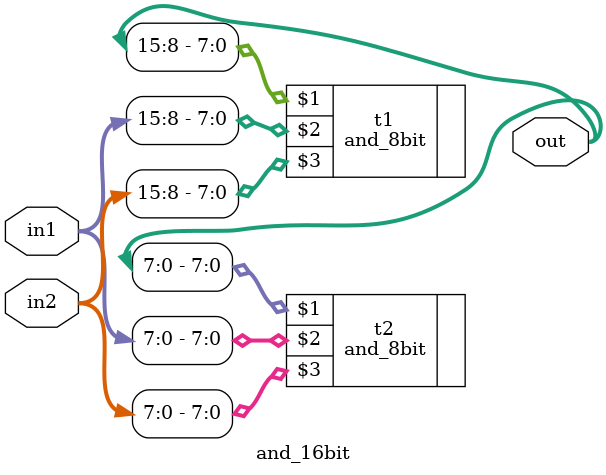
<source format=v>
module and_16bit(out,in1,in2);
input [15:0] in1, in2;
output [15:0] out;

and_8bit t1(out[15:8], in1[15:8], in2[15:8]);
and_8bit t2(out[7:0], in1[7:0], in2[7:0]);

endmodule
</source>
